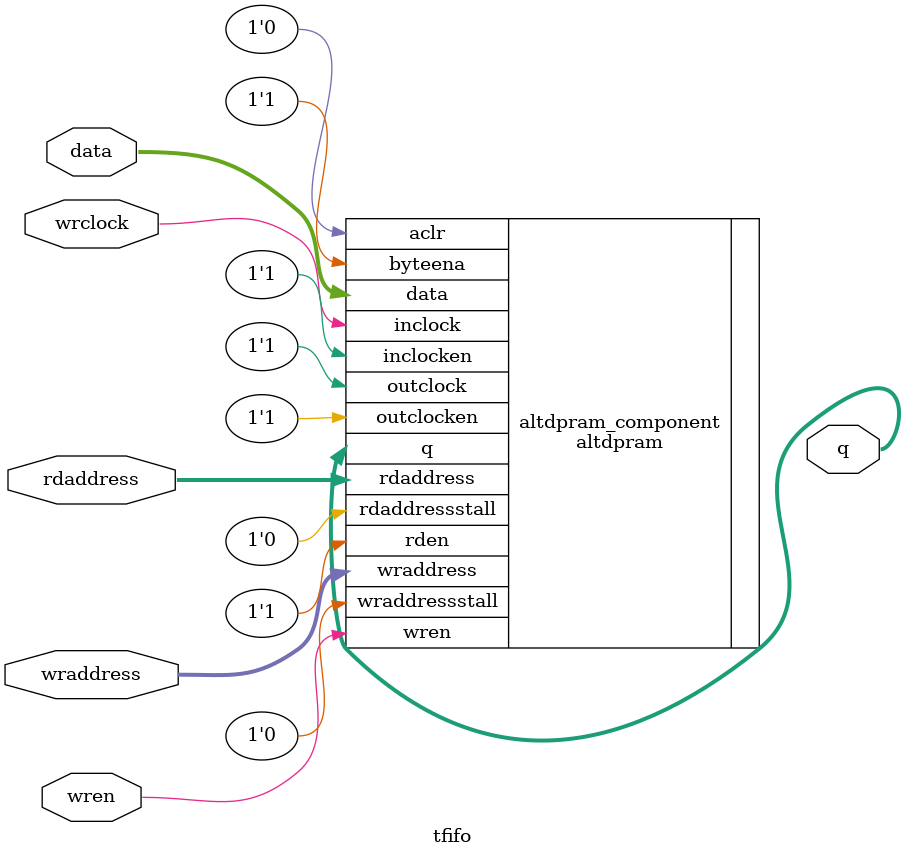
<source format=v>
module yscrl_tpal (
	input	[7:0]  data,
	input	[8:0]  rdaddress,
	input	[8:0]  wraddress,
	input	  wrclock,
	input	  wren,
	output	[7:0]  q
);

	altdpram	altdpram_component (
				.wren (wren),
				.inclock (wrclock),
				.data (data),
				.rdaddress (rdaddress),
				.wraddress (wraddress),
				.q (q),
				.aclr (1'b0),
				.byteena (1'b1),
				.inclocken (1'b1),
				.outclock (1'b1),
				.outclocken (1'b1),
				.rdaddressstall (1'b0),
				.rden (1'b1),
				.wraddressstall (1'b0));
	defparam
		altdpram_component.indata_aclr = "OFF",
		altdpram_component.indata_reg = "INCLOCK",
		altdpram_component.intended_device_family = "ACEX1K",
		altdpram_component.lpm_type = "altdpram",
		altdpram_component.outdata_aclr = "OFF",
		altdpram_component.outdata_reg = "UNREGISTERED",
		altdpram_component.rdaddress_aclr = "OFF",
		altdpram_component.rdaddress_reg = "UNREGISTERED",
		altdpram_component.rdcontrol_aclr = "OFF",
		altdpram_component.rdcontrol_reg = "UNREGISTERED",
		altdpram_component.width = 8,
		altdpram_component.widthad = 9,
		altdpram_component.wraddress_aclr = "OFF",
		altdpram_component.wraddress_reg = "INCLOCK",
		altdpram_component.wrcontrol_aclr = "OFF",
		altdpram_component.wrcontrol_reg = "INCLOCK";
endmodule


//TFIFO
//tiles FIFO 512x16 (4 buffers x 2 tile planes x 64 tiles)
module tfifo (
	input	[15:0]  data,
	input	[8:0]  rdaddress,
	input	[8:0]  wraddress,
	input	  wrclock,
	input	  wren,
	output	[15:0]  q
);

	altdpram	altdpram_component (
				.wren (wren),
				.inclock (wrclock),
				.data (data),
				.rdaddress (rdaddress),
				.wraddress (wraddress),
				.q (q),
				.aclr (1'b0),
				.byteena (1'b1),
				.inclocken (1'b1),
				.outclock (1'b1),
				.outclocken (1'b1),
				.rdaddressstall (1'b0),
				.rden (1'b1),
				.wraddressstall (1'b0));
	defparam
		altdpram_component.indata_aclr = "OFF",
		altdpram_component.indata_reg = "INCLOCK",
		altdpram_component.intended_device_family = "ACEX1K",
		altdpram_component.lpm_type = "altdpram",
		altdpram_component.outdata_aclr = "OFF",
		altdpram_component.outdata_reg = "UNREGISTERED",
		altdpram_component.rdaddress_aclr = "OFF",
		altdpram_component.rdaddress_reg = "UNREGISTERED",
		altdpram_component.rdcontrol_aclr = "OFF",
		altdpram_component.rdcontrol_reg = "UNREGISTERED",
		altdpram_component.width = 16,
		altdpram_component.widthad = 9,
		altdpram_component.wraddress_aclr = "OFF",
		altdpram_component.wraddress_reg = "INCLOCK",
		altdpram_component.wrcontrol_aclr = "OFF",
		altdpram_component.wrcontrol_reg = "INCLOCK";
 endmodule

</source>
